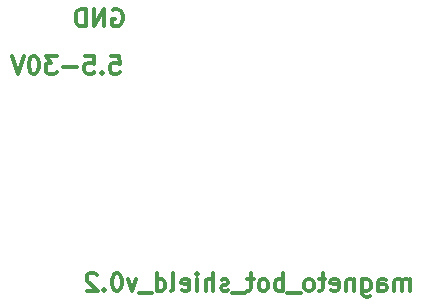
<source format=gbr>
G04 #@! TF.GenerationSoftware,KiCad,Pcbnew,5.0.2-bee76a0~70~ubuntu18.04.1*
G04 #@! TF.CreationDate,2020-03-12T15:00:25+01:00*
G04 #@! TF.ProjectId,magneto_bot_shield,6d61676e-6574-46f5-9f62-6f745f736869,rev?*
G04 #@! TF.SameCoordinates,Original*
G04 #@! TF.FileFunction,Legend,Bot*
G04 #@! TF.FilePolarity,Positive*
%FSLAX46Y46*%
G04 Gerber Fmt 4.6, Leading zero omitted, Abs format (unit mm)*
G04 Created by KiCad (PCBNEW 5.0.2-bee76a0~70~ubuntu18.04.1) date Do 12 Mär 2020 15:00:25 CET*
%MOMM*%
%LPD*%
G01*
G04 APERTURE LIST*
%ADD10C,0.300000*%
G04 APERTURE END LIST*
D10*
X152714285Y-99678571D02*
X153428571Y-99678571D01*
X153500000Y-100392857D01*
X153428571Y-100321428D01*
X153285714Y-100250000D01*
X152928571Y-100250000D01*
X152785714Y-100321428D01*
X152714285Y-100392857D01*
X152642857Y-100535714D01*
X152642857Y-100892857D01*
X152714285Y-101035714D01*
X152785714Y-101107142D01*
X152928571Y-101178571D01*
X153285714Y-101178571D01*
X153428571Y-101107142D01*
X153500000Y-101035714D01*
X152000000Y-101035714D02*
X151928571Y-101107142D01*
X152000000Y-101178571D01*
X152071428Y-101107142D01*
X152000000Y-101035714D01*
X152000000Y-101178571D01*
X150571428Y-99678571D02*
X151285714Y-99678571D01*
X151357142Y-100392857D01*
X151285714Y-100321428D01*
X151142857Y-100250000D01*
X150785714Y-100250000D01*
X150642857Y-100321428D01*
X150571428Y-100392857D01*
X150500000Y-100535714D01*
X150500000Y-100892857D01*
X150571428Y-101035714D01*
X150642857Y-101107142D01*
X150785714Y-101178571D01*
X151142857Y-101178571D01*
X151285714Y-101107142D01*
X151357142Y-101035714D01*
X149857142Y-100607142D02*
X148714285Y-100607142D01*
X148142857Y-99678571D02*
X147214285Y-99678571D01*
X147714285Y-100250000D01*
X147500000Y-100250000D01*
X147357142Y-100321428D01*
X147285714Y-100392857D01*
X147214285Y-100535714D01*
X147214285Y-100892857D01*
X147285714Y-101035714D01*
X147357142Y-101107142D01*
X147500000Y-101178571D01*
X147928571Y-101178571D01*
X148071428Y-101107142D01*
X148142857Y-101035714D01*
X146285714Y-99678571D02*
X146142857Y-99678571D01*
X146000000Y-99750000D01*
X145928571Y-99821428D01*
X145857142Y-99964285D01*
X145785714Y-100250000D01*
X145785714Y-100607142D01*
X145857142Y-100892857D01*
X145928571Y-101035714D01*
X146000000Y-101107142D01*
X146142857Y-101178571D01*
X146285714Y-101178571D01*
X146428571Y-101107142D01*
X146500000Y-101035714D01*
X146571428Y-100892857D01*
X146642857Y-100607142D01*
X146642857Y-100250000D01*
X146571428Y-99964285D01*
X146500000Y-99821428D01*
X146428571Y-99750000D01*
X146285714Y-99678571D01*
X145357142Y-99678571D02*
X144857142Y-101178571D01*
X144357142Y-99678571D01*
X152892857Y-95750000D02*
X153035714Y-95678571D01*
X153250000Y-95678571D01*
X153464285Y-95750000D01*
X153607142Y-95892857D01*
X153678571Y-96035714D01*
X153750000Y-96321428D01*
X153750000Y-96535714D01*
X153678571Y-96821428D01*
X153607142Y-96964285D01*
X153464285Y-97107142D01*
X153250000Y-97178571D01*
X153107142Y-97178571D01*
X152892857Y-97107142D01*
X152821428Y-97035714D01*
X152821428Y-96535714D01*
X153107142Y-96535714D01*
X152178571Y-97178571D02*
X152178571Y-95678571D01*
X151321428Y-97178571D01*
X151321428Y-95678571D01*
X150607142Y-97178571D02*
X150607142Y-95678571D01*
X150250000Y-95678571D01*
X150035714Y-95750000D01*
X149892857Y-95892857D01*
X149821428Y-96035714D01*
X149750000Y-96321428D01*
X149750000Y-96535714D01*
X149821428Y-96821428D01*
X149892857Y-96964285D01*
X150035714Y-97107142D01*
X150250000Y-97178571D01*
X150607142Y-97178571D01*
X178042857Y-119578571D02*
X178042857Y-118578571D01*
X178042857Y-118721428D02*
X177971428Y-118650000D01*
X177828571Y-118578571D01*
X177614285Y-118578571D01*
X177471428Y-118650000D01*
X177400000Y-118792857D01*
X177400000Y-119578571D01*
X177400000Y-118792857D02*
X177328571Y-118650000D01*
X177185714Y-118578571D01*
X176971428Y-118578571D01*
X176828571Y-118650000D01*
X176757142Y-118792857D01*
X176757142Y-119578571D01*
X175400000Y-119578571D02*
X175400000Y-118792857D01*
X175471428Y-118650000D01*
X175614285Y-118578571D01*
X175900000Y-118578571D01*
X176042857Y-118650000D01*
X175400000Y-119507142D02*
X175542857Y-119578571D01*
X175900000Y-119578571D01*
X176042857Y-119507142D01*
X176114285Y-119364285D01*
X176114285Y-119221428D01*
X176042857Y-119078571D01*
X175900000Y-119007142D01*
X175542857Y-119007142D01*
X175400000Y-118935714D01*
X174042857Y-118578571D02*
X174042857Y-119792857D01*
X174114285Y-119935714D01*
X174185714Y-120007142D01*
X174328571Y-120078571D01*
X174542857Y-120078571D01*
X174685714Y-120007142D01*
X174042857Y-119507142D02*
X174185714Y-119578571D01*
X174471428Y-119578571D01*
X174614285Y-119507142D01*
X174685714Y-119435714D01*
X174757142Y-119292857D01*
X174757142Y-118864285D01*
X174685714Y-118721428D01*
X174614285Y-118650000D01*
X174471428Y-118578571D01*
X174185714Y-118578571D01*
X174042857Y-118650000D01*
X173328571Y-118578571D02*
X173328571Y-119578571D01*
X173328571Y-118721428D02*
X173257142Y-118650000D01*
X173114285Y-118578571D01*
X172900000Y-118578571D01*
X172757142Y-118650000D01*
X172685714Y-118792857D01*
X172685714Y-119578571D01*
X171400000Y-119507142D02*
X171542857Y-119578571D01*
X171828571Y-119578571D01*
X171971428Y-119507142D01*
X172042857Y-119364285D01*
X172042857Y-118792857D01*
X171971428Y-118650000D01*
X171828571Y-118578571D01*
X171542857Y-118578571D01*
X171400000Y-118650000D01*
X171328571Y-118792857D01*
X171328571Y-118935714D01*
X172042857Y-119078571D01*
X170900000Y-118578571D02*
X170328571Y-118578571D01*
X170685714Y-118078571D02*
X170685714Y-119364285D01*
X170614285Y-119507142D01*
X170471428Y-119578571D01*
X170328571Y-119578571D01*
X169614285Y-119578571D02*
X169757142Y-119507142D01*
X169828571Y-119435714D01*
X169900000Y-119292857D01*
X169900000Y-118864285D01*
X169828571Y-118721428D01*
X169757142Y-118650000D01*
X169614285Y-118578571D01*
X169400000Y-118578571D01*
X169257142Y-118650000D01*
X169185714Y-118721428D01*
X169114285Y-118864285D01*
X169114285Y-119292857D01*
X169185714Y-119435714D01*
X169257142Y-119507142D01*
X169400000Y-119578571D01*
X169614285Y-119578571D01*
X168828571Y-119721428D02*
X167685714Y-119721428D01*
X167328571Y-119578571D02*
X167328571Y-118078571D01*
X167328571Y-118650000D02*
X167185714Y-118578571D01*
X166900000Y-118578571D01*
X166757142Y-118650000D01*
X166685714Y-118721428D01*
X166614285Y-118864285D01*
X166614285Y-119292857D01*
X166685714Y-119435714D01*
X166757142Y-119507142D01*
X166900000Y-119578571D01*
X167185714Y-119578571D01*
X167328571Y-119507142D01*
X165757142Y-119578571D02*
X165900000Y-119507142D01*
X165971428Y-119435714D01*
X166042857Y-119292857D01*
X166042857Y-118864285D01*
X165971428Y-118721428D01*
X165900000Y-118650000D01*
X165757142Y-118578571D01*
X165542857Y-118578571D01*
X165400000Y-118650000D01*
X165328571Y-118721428D01*
X165257142Y-118864285D01*
X165257142Y-119292857D01*
X165328571Y-119435714D01*
X165400000Y-119507142D01*
X165542857Y-119578571D01*
X165757142Y-119578571D01*
X164828571Y-118578571D02*
X164257142Y-118578571D01*
X164614285Y-118078571D02*
X164614285Y-119364285D01*
X164542857Y-119507142D01*
X164400000Y-119578571D01*
X164257142Y-119578571D01*
X164114285Y-119721428D02*
X162971428Y-119721428D01*
X162685714Y-119507142D02*
X162542857Y-119578571D01*
X162257142Y-119578571D01*
X162114285Y-119507142D01*
X162042857Y-119364285D01*
X162042857Y-119292857D01*
X162114285Y-119150000D01*
X162257142Y-119078571D01*
X162471428Y-119078571D01*
X162614285Y-119007142D01*
X162685714Y-118864285D01*
X162685714Y-118792857D01*
X162614285Y-118650000D01*
X162471428Y-118578571D01*
X162257142Y-118578571D01*
X162114285Y-118650000D01*
X161400000Y-119578571D02*
X161400000Y-118078571D01*
X160757142Y-119578571D02*
X160757142Y-118792857D01*
X160828571Y-118650000D01*
X160971428Y-118578571D01*
X161185714Y-118578571D01*
X161328571Y-118650000D01*
X161400000Y-118721428D01*
X160042857Y-119578571D02*
X160042857Y-118578571D01*
X160042857Y-118078571D02*
X160114285Y-118150000D01*
X160042857Y-118221428D01*
X159971428Y-118150000D01*
X160042857Y-118078571D01*
X160042857Y-118221428D01*
X158757142Y-119507142D02*
X158900000Y-119578571D01*
X159185714Y-119578571D01*
X159328571Y-119507142D01*
X159400000Y-119364285D01*
X159400000Y-118792857D01*
X159328571Y-118650000D01*
X159185714Y-118578571D01*
X158900000Y-118578571D01*
X158757142Y-118650000D01*
X158685714Y-118792857D01*
X158685714Y-118935714D01*
X159400000Y-119078571D01*
X157828571Y-119578571D02*
X157971428Y-119507142D01*
X158042857Y-119364285D01*
X158042857Y-118078571D01*
X156614285Y-119578571D02*
X156614285Y-118078571D01*
X156614285Y-119507142D02*
X156757142Y-119578571D01*
X157042857Y-119578571D01*
X157185714Y-119507142D01*
X157257142Y-119435714D01*
X157328571Y-119292857D01*
X157328571Y-118864285D01*
X157257142Y-118721428D01*
X157185714Y-118650000D01*
X157042857Y-118578571D01*
X156757142Y-118578571D01*
X156614285Y-118650000D01*
X156257142Y-119721428D02*
X155114285Y-119721428D01*
X154900000Y-118578571D02*
X154542857Y-119578571D01*
X154185714Y-118578571D01*
X153328571Y-118078571D02*
X153185714Y-118078571D01*
X153042857Y-118150000D01*
X152971428Y-118221428D01*
X152900000Y-118364285D01*
X152828571Y-118650000D01*
X152828571Y-119007142D01*
X152900000Y-119292857D01*
X152971428Y-119435714D01*
X153042857Y-119507142D01*
X153185714Y-119578571D01*
X153328571Y-119578571D01*
X153471428Y-119507142D01*
X153542857Y-119435714D01*
X153614285Y-119292857D01*
X153685714Y-119007142D01*
X153685714Y-118650000D01*
X153614285Y-118364285D01*
X153542857Y-118221428D01*
X153471428Y-118150000D01*
X153328571Y-118078571D01*
X152185714Y-119435714D02*
X152114285Y-119507142D01*
X152185714Y-119578571D01*
X152257142Y-119507142D01*
X152185714Y-119435714D01*
X152185714Y-119578571D01*
X151542857Y-118221428D02*
X151471428Y-118150000D01*
X151328571Y-118078571D01*
X150971428Y-118078571D01*
X150828571Y-118150000D01*
X150757142Y-118221428D01*
X150685714Y-118364285D01*
X150685714Y-118507142D01*
X150757142Y-118721428D01*
X151614285Y-119578571D01*
X150685714Y-119578571D01*
M02*

</source>
